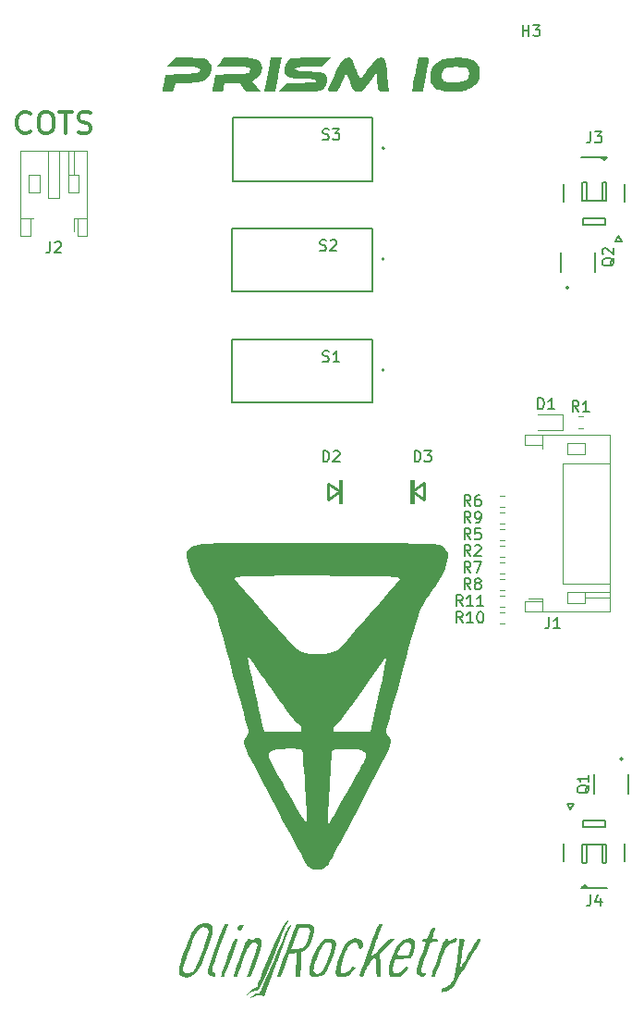
<source format=gbr>
%TF.GenerationSoftware,KiCad,Pcbnew,(6.0.7)*%
%TF.CreationDate,2023-03-08T10:43:33-05:00*%
%TF.ProjectId,CoreIO,436f7265-494f-42e6-9b69-6361645f7063,rev?*%
%TF.SameCoordinates,Original*%
%TF.FileFunction,Legend,Top*%
%TF.FilePolarity,Positive*%
%FSLAX46Y46*%
G04 Gerber Fmt 4.6, Leading zero omitted, Abs format (unit mm)*
G04 Created by KiCad (PCBNEW (6.0.7)) date 2023-03-08 10:43:33*
%MOMM*%
%LPD*%
G01*
G04 APERTURE LIST*
%ADD10C,0.300000*%
%ADD11C,0.150000*%
%ADD12C,0.120000*%
%ADD13C,0.127000*%
%ADD14C,0.200000*%
%ADD15C,0.254000*%
%ADD16C,0.010000*%
G04 APERTURE END LIST*
D10*
X121047142Y-59134285D02*
X120951904Y-59229523D01*
X120666190Y-59324761D01*
X120475714Y-59324761D01*
X120190000Y-59229523D01*
X119999523Y-59039047D01*
X119904285Y-58848571D01*
X119809047Y-58467619D01*
X119809047Y-58181904D01*
X119904285Y-57800952D01*
X119999523Y-57610476D01*
X120190000Y-57420000D01*
X120475714Y-57324761D01*
X120666190Y-57324761D01*
X120951904Y-57420000D01*
X121047142Y-57515238D01*
X122285238Y-57324761D02*
X122666190Y-57324761D01*
X122856666Y-57420000D01*
X123047142Y-57610476D01*
X123142380Y-57991428D01*
X123142380Y-58658095D01*
X123047142Y-59039047D01*
X122856666Y-59229523D01*
X122666190Y-59324761D01*
X122285238Y-59324761D01*
X122094761Y-59229523D01*
X121904285Y-59039047D01*
X121809047Y-58658095D01*
X121809047Y-57991428D01*
X121904285Y-57610476D01*
X122094761Y-57420000D01*
X122285238Y-57324761D01*
X123713809Y-57324761D02*
X124856666Y-57324761D01*
X124285238Y-59324761D02*
X124285238Y-57324761D01*
X125428095Y-59229523D02*
X125713809Y-59324761D01*
X126190000Y-59324761D01*
X126380476Y-59229523D01*
X126475714Y-59134285D01*
X126570952Y-58943809D01*
X126570952Y-58753333D01*
X126475714Y-58562857D01*
X126380476Y-58467619D01*
X126190000Y-58372380D01*
X125809047Y-58277142D01*
X125618571Y-58181904D01*
X125523333Y-58086666D01*
X125428095Y-57896190D01*
X125428095Y-57705714D01*
X125523333Y-57515238D01*
X125618571Y-57420000D01*
X125809047Y-57324761D01*
X126285238Y-57324761D01*
X126570952Y-57420000D01*
D11*
%TO.C,R8*%
X161377333Y-101036380D02*
X161044000Y-100560190D01*
X160805904Y-101036380D02*
X160805904Y-100036380D01*
X161186857Y-100036380D01*
X161282095Y-100084000D01*
X161329714Y-100131619D01*
X161377333Y-100226857D01*
X161377333Y-100369714D01*
X161329714Y-100464952D01*
X161282095Y-100512571D01*
X161186857Y-100560190D01*
X160805904Y-100560190D01*
X161948761Y-100464952D02*
X161853523Y-100417333D01*
X161805904Y-100369714D01*
X161758285Y-100274476D01*
X161758285Y-100226857D01*
X161805904Y-100131619D01*
X161853523Y-100084000D01*
X161948761Y-100036380D01*
X162139238Y-100036380D01*
X162234476Y-100084000D01*
X162282095Y-100131619D01*
X162329714Y-100226857D01*
X162329714Y-100274476D01*
X162282095Y-100369714D01*
X162234476Y-100417333D01*
X162139238Y-100464952D01*
X161948761Y-100464952D01*
X161853523Y-100512571D01*
X161805904Y-100560190D01*
X161758285Y-100655428D01*
X161758285Y-100845904D01*
X161805904Y-100941142D01*
X161853523Y-100988761D01*
X161948761Y-101036380D01*
X162139238Y-101036380D01*
X162234476Y-100988761D01*
X162282095Y-100941142D01*
X162329714Y-100845904D01*
X162329714Y-100655428D01*
X162282095Y-100560190D01*
X162234476Y-100512571D01*
X162139238Y-100464952D01*
%TO.C,Q2*%
X174537619Y-70707238D02*
X174490000Y-70802476D01*
X174394761Y-70897714D01*
X174251904Y-71040571D01*
X174204285Y-71135809D01*
X174204285Y-71231047D01*
X174442380Y-71183428D02*
X174394761Y-71278666D01*
X174299523Y-71373904D01*
X174109047Y-71421523D01*
X173775714Y-71421523D01*
X173585238Y-71373904D01*
X173490000Y-71278666D01*
X173442380Y-71183428D01*
X173442380Y-70992952D01*
X173490000Y-70897714D01*
X173585238Y-70802476D01*
X173775714Y-70754857D01*
X174109047Y-70754857D01*
X174299523Y-70802476D01*
X174394761Y-70897714D01*
X174442380Y-70992952D01*
X174442380Y-71183428D01*
X173537619Y-70373904D02*
X173490000Y-70326285D01*
X173442380Y-70231047D01*
X173442380Y-69992952D01*
X173490000Y-69897714D01*
X173537619Y-69850095D01*
X173632857Y-69802476D01*
X173728095Y-69802476D01*
X173870952Y-69850095D01*
X174442380Y-70421523D01*
X174442380Y-69802476D01*
%TO.C,J2*%
X122856666Y-69222380D02*
X122856666Y-69936666D01*
X122809047Y-70079523D01*
X122713809Y-70174761D01*
X122570952Y-70222380D01*
X122475714Y-70222380D01*
X123285238Y-69317619D02*
X123332857Y-69270000D01*
X123428095Y-69222380D01*
X123666190Y-69222380D01*
X123761428Y-69270000D01*
X123809047Y-69317619D01*
X123856666Y-69412857D01*
X123856666Y-69508095D01*
X123809047Y-69650952D01*
X123237619Y-70222380D01*
X123856666Y-70222380D01*
%TO.C,D1*%
X167550509Y-84526380D02*
X167550509Y-83526380D01*
X167788605Y-83526380D01*
X167931462Y-83574000D01*
X168026700Y-83669238D01*
X168074319Y-83764476D01*
X168121938Y-83954952D01*
X168121938Y-84097809D01*
X168074319Y-84288285D01*
X168026700Y-84383523D01*
X167931462Y-84478761D01*
X167788605Y-84526380D01*
X167550509Y-84526380D01*
X169074319Y-84526380D02*
X168502890Y-84526380D01*
X168788605Y-84526380D02*
X168788605Y-83526380D01*
X168693366Y-83669238D01*
X168598128Y-83764476D01*
X168502890Y-83812095D01*
%TO.C,S1*%
X147828095Y-80160761D02*
X147970952Y-80208380D01*
X148209047Y-80208380D01*
X148304285Y-80160761D01*
X148351904Y-80113142D01*
X148399523Y-80017904D01*
X148399523Y-79922666D01*
X148351904Y-79827428D01*
X148304285Y-79779809D01*
X148209047Y-79732190D01*
X148018571Y-79684571D01*
X147923333Y-79636952D01*
X147875714Y-79589333D01*
X147828095Y-79494095D01*
X147828095Y-79398857D01*
X147875714Y-79303619D01*
X147923333Y-79256000D01*
X148018571Y-79208380D01*
X148256666Y-79208380D01*
X148399523Y-79256000D01*
X149351904Y-80208380D02*
X148780476Y-80208380D01*
X149066190Y-80208380D02*
X149066190Y-79208380D01*
X148970952Y-79351238D01*
X148875714Y-79446476D01*
X148780476Y-79494095D01*
%TO.C,R6*%
X161377333Y-93416380D02*
X161044000Y-92940190D01*
X160805904Y-93416380D02*
X160805904Y-92416380D01*
X161186857Y-92416380D01*
X161282095Y-92464000D01*
X161329714Y-92511619D01*
X161377333Y-92606857D01*
X161377333Y-92749714D01*
X161329714Y-92844952D01*
X161282095Y-92892571D01*
X161186857Y-92940190D01*
X160805904Y-92940190D01*
X162234476Y-92416380D02*
X162044000Y-92416380D01*
X161948761Y-92464000D01*
X161901142Y-92511619D01*
X161805904Y-92654476D01*
X161758285Y-92844952D01*
X161758285Y-93225904D01*
X161805904Y-93321142D01*
X161853523Y-93368761D01*
X161948761Y-93416380D01*
X162139238Y-93416380D01*
X162234476Y-93368761D01*
X162282095Y-93321142D01*
X162329714Y-93225904D01*
X162329714Y-92987809D01*
X162282095Y-92892571D01*
X162234476Y-92844952D01*
X162139238Y-92797333D01*
X161948761Y-92797333D01*
X161853523Y-92844952D01*
X161805904Y-92892571D01*
X161758285Y-92987809D01*
%TO.C,R10*%
X160647142Y-104084380D02*
X160313809Y-103608190D01*
X160075714Y-104084380D02*
X160075714Y-103084380D01*
X160456666Y-103084380D01*
X160551904Y-103132000D01*
X160599523Y-103179619D01*
X160647142Y-103274857D01*
X160647142Y-103417714D01*
X160599523Y-103512952D01*
X160551904Y-103560571D01*
X160456666Y-103608190D01*
X160075714Y-103608190D01*
X161599523Y-104084380D02*
X161028095Y-104084380D01*
X161313809Y-104084380D02*
X161313809Y-103084380D01*
X161218571Y-103227238D01*
X161123333Y-103322476D01*
X161028095Y-103370095D01*
X162218571Y-103084380D02*
X162313809Y-103084380D01*
X162409047Y-103132000D01*
X162456666Y-103179619D01*
X162504285Y-103274857D01*
X162551904Y-103465333D01*
X162551904Y-103703428D01*
X162504285Y-103893904D01*
X162456666Y-103989142D01*
X162409047Y-104036761D01*
X162313809Y-104084380D01*
X162218571Y-104084380D01*
X162123333Y-104036761D01*
X162075714Y-103989142D01*
X162028095Y-103893904D01*
X161980476Y-103703428D01*
X161980476Y-103465333D01*
X162028095Y-103274857D01*
X162075714Y-103179619D01*
X162123333Y-103132000D01*
X162218571Y-103084380D01*
%TO.C,J3*%
X172386666Y-59142380D02*
X172386666Y-59856666D01*
X172339047Y-59999523D01*
X172243809Y-60094761D01*
X172100952Y-60142380D01*
X172005714Y-60142380D01*
X172767619Y-59142380D02*
X173386666Y-59142380D01*
X173053333Y-59523333D01*
X173196190Y-59523333D01*
X173291428Y-59570952D01*
X173339047Y-59618571D01*
X173386666Y-59713809D01*
X173386666Y-59951904D01*
X173339047Y-60047142D01*
X173291428Y-60094761D01*
X173196190Y-60142380D01*
X172910476Y-60142380D01*
X172815238Y-60094761D01*
X172767619Y-60047142D01*
%TO.C,J1*%
X168576666Y-103592380D02*
X168576666Y-104306666D01*
X168529047Y-104449523D01*
X168433809Y-104544761D01*
X168290952Y-104592380D01*
X168195714Y-104592380D01*
X169576666Y-104592380D02*
X169005238Y-104592380D01*
X169290952Y-104592380D02*
X169290952Y-103592380D01*
X169195714Y-103735238D01*
X169100476Y-103830476D01*
X169005238Y-103878095D01*
%TO.C,S2*%
X147574095Y-70000761D02*
X147716952Y-70048380D01*
X147955047Y-70048380D01*
X148050285Y-70000761D01*
X148097904Y-69953142D01*
X148145523Y-69857904D01*
X148145523Y-69762666D01*
X148097904Y-69667428D01*
X148050285Y-69619809D01*
X147955047Y-69572190D01*
X147764571Y-69524571D01*
X147669333Y-69476952D01*
X147621714Y-69429333D01*
X147574095Y-69334095D01*
X147574095Y-69238857D01*
X147621714Y-69143619D01*
X147669333Y-69096000D01*
X147764571Y-69048380D01*
X148002666Y-69048380D01*
X148145523Y-69096000D01*
X148526476Y-69143619D02*
X148574095Y-69096000D01*
X148669333Y-69048380D01*
X148907428Y-69048380D01*
X149002666Y-69096000D01*
X149050285Y-69143619D01*
X149097904Y-69238857D01*
X149097904Y-69334095D01*
X149050285Y-69476952D01*
X148478857Y-70048380D01*
X149097904Y-70048380D01*
D10*
%TO.C,*%
D11*
%TO.C,H3*%
X166147120Y-50391434D02*
X166147120Y-49391434D01*
X166147120Y-49867625D02*
X166718548Y-49867625D01*
X166718548Y-50391434D02*
X166718548Y-49391434D01*
X167099501Y-49391434D02*
X167718548Y-49391434D01*
X167385215Y-49772387D01*
X167528072Y-49772387D01*
X167623310Y-49820006D01*
X167670929Y-49867625D01*
X167718548Y-49962863D01*
X167718548Y-50200958D01*
X167670929Y-50296196D01*
X167623310Y-50343815D01*
X167528072Y-50391434D01*
X167242358Y-50391434D01*
X167147120Y-50343815D01*
X167099501Y-50296196D01*
%TO.C,J4*%
X172386666Y-128992380D02*
X172386666Y-129706666D01*
X172339047Y-129849523D01*
X172243809Y-129944761D01*
X172100952Y-129992380D01*
X172005714Y-129992380D01*
X173291428Y-129325714D02*
X173291428Y-129992380D01*
X173053333Y-128944761D02*
X172815238Y-129659047D01*
X173434285Y-129659047D01*
%TO.C,R11*%
X160647142Y-102560380D02*
X160313809Y-102084190D01*
X160075714Y-102560380D02*
X160075714Y-101560380D01*
X160456666Y-101560380D01*
X160551904Y-101608000D01*
X160599523Y-101655619D01*
X160647142Y-101750857D01*
X160647142Y-101893714D01*
X160599523Y-101988952D01*
X160551904Y-102036571D01*
X160456666Y-102084190D01*
X160075714Y-102084190D01*
X161599523Y-102560380D02*
X161028095Y-102560380D01*
X161313809Y-102560380D02*
X161313809Y-101560380D01*
X161218571Y-101703238D01*
X161123333Y-101798476D01*
X161028095Y-101846095D01*
X162551904Y-102560380D02*
X161980476Y-102560380D01*
X162266190Y-102560380D02*
X162266190Y-101560380D01*
X162170952Y-101703238D01*
X162075714Y-101798476D01*
X161980476Y-101846095D01*
%TO.C,R1*%
X171283333Y-84780380D02*
X170950000Y-84304190D01*
X170711904Y-84780380D02*
X170711904Y-83780380D01*
X171092857Y-83780380D01*
X171188095Y-83828000D01*
X171235714Y-83875619D01*
X171283333Y-83970857D01*
X171283333Y-84113714D01*
X171235714Y-84208952D01*
X171188095Y-84256571D01*
X171092857Y-84304190D01*
X170711904Y-84304190D01*
X172235714Y-84780380D02*
X171664285Y-84780380D01*
X171950000Y-84780380D02*
X171950000Y-83780380D01*
X171854761Y-83923238D01*
X171759523Y-84018476D01*
X171664285Y-84066095D01*
D10*
%TO.C,G\u002A\u002A\u002A*%
X145977428Y-110998000D02*
X145832285Y-110925428D01*
X145614571Y-110925428D01*
X145396857Y-110998000D01*
X145251714Y-111143142D01*
X145179142Y-111288285D01*
X145106571Y-111578571D01*
X145106571Y-111796285D01*
X145179142Y-112086571D01*
X145251714Y-112231714D01*
X145396857Y-112376857D01*
X145614571Y-112449428D01*
X145759714Y-112449428D01*
X145977428Y-112376857D01*
X146050000Y-112304285D01*
X146050000Y-111796285D01*
X145759714Y-111796285D01*
X146920857Y-110925428D02*
X146920857Y-111288285D01*
X146558000Y-111143142D02*
X146920857Y-111288285D01*
X147283714Y-111143142D01*
X146703142Y-111578571D02*
X146920857Y-111288285D01*
X147138571Y-111578571D01*
X148082000Y-110925428D02*
X148082000Y-111288285D01*
X147719142Y-111143142D02*
X148082000Y-111288285D01*
X148444857Y-111143142D01*
X147864285Y-111578571D02*
X148082000Y-111288285D01*
X148299714Y-111578571D01*
X149243142Y-110925428D02*
X149243142Y-111288285D01*
X148880285Y-111143142D02*
X149243142Y-111288285D01*
X149606000Y-111143142D01*
X149025428Y-111578571D02*
X149243142Y-111288285D01*
X149460857Y-111578571D01*
D11*
%TO.C,R2*%
X161377333Y-97988380D02*
X161044000Y-97512190D01*
X160805904Y-97988380D02*
X160805904Y-96988380D01*
X161186857Y-96988380D01*
X161282095Y-97036000D01*
X161329714Y-97083619D01*
X161377333Y-97178857D01*
X161377333Y-97321714D01*
X161329714Y-97416952D01*
X161282095Y-97464571D01*
X161186857Y-97512190D01*
X160805904Y-97512190D01*
X161758285Y-97083619D02*
X161805904Y-97036000D01*
X161901142Y-96988380D01*
X162139238Y-96988380D01*
X162234476Y-97036000D01*
X162282095Y-97083619D01*
X162329714Y-97178857D01*
X162329714Y-97274095D01*
X162282095Y-97416952D01*
X161710666Y-97988380D01*
X162329714Y-97988380D01*
%TO.C,Q1*%
X172251619Y-118967238D02*
X172204000Y-119062476D01*
X172108761Y-119157714D01*
X171965904Y-119300571D01*
X171918285Y-119395809D01*
X171918285Y-119491047D01*
X172156380Y-119443428D02*
X172108761Y-119538666D01*
X172013523Y-119633904D01*
X171823047Y-119681523D01*
X171489714Y-119681523D01*
X171299238Y-119633904D01*
X171204000Y-119538666D01*
X171156380Y-119443428D01*
X171156380Y-119252952D01*
X171204000Y-119157714D01*
X171299238Y-119062476D01*
X171489714Y-119014857D01*
X171823047Y-119014857D01*
X172013523Y-119062476D01*
X172108761Y-119157714D01*
X172156380Y-119252952D01*
X172156380Y-119443428D01*
X172156380Y-118062476D02*
X172156380Y-118633904D01*
X172156380Y-118348190D02*
X171156380Y-118348190D01*
X171299238Y-118443428D01*
X171394476Y-118538666D01*
X171442095Y-118633904D01*
%TO.C,R5*%
X161377333Y-96464380D02*
X161044000Y-95988190D01*
X160805904Y-96464380D02*
X160805904Y-95464380D01*
X161186857Y-95464380D01*
X161282095Y-95512000D01*
X161329714Y-95559619D01*
X161377333Y-95654857D01*
X161377333Y-95797714D01*
X161329714Y-95892952D01*
X161282095Y-95940571D01*
X161186857Y-95988190D01*
X160805904Y-95988190D01*
X162282095Y-95464380D02*
X161805904Y-95464380D01*
X161758285Y-95940571D01*
X161805904Y-95892952D01*
X161901142Y-95845333D01*
X162139238Y-95845333D01*
X162234476Y-95892952D01*
X162282095Y-95940571D01*
X162329714Y-96035809D01*
X162329714Y-96273904D01*
X162282095Y-96369142D01*
X162234476Y-96416761D01*
X162139238Y-96464380D01*
X161901142Y-96464380D01*
X161805904Y-96416761D01*
X161758285Y-96369142D01*
D10*
%TO.C,*%
D11*
%TO.C,R9*%
X161377333Y-94940380D02*
X161044000Y-94464190D01*
X160805904Y-94940380D02*
X160805904Y-93940380D01*
X161186857Y-93940380D01*
X161282095Y-93988000D01*
X161329714Y-94035619D01*
X161377333Y-94130857D01*
X161377333Y-94273714D01*
X161329714Y-94368952D01*
X161282095Y-94416571D01*
X161186857Y-94464190D01*
X160805904Y-94464190D01*
X161853523Y-94940380D02*
X162044000Y-94940380D01*
X162139238Y-94892761D01*
X162186857Y-94845142D01*
X162282095Y-94702285D01*
X162329714Y-94511809D01*
X162329714Y-94130857D01*
X162282095Y-94035619D01*
X162234476Y-93988000D01*
X162139238Y-93940380D01*
X161948761Y-93940380D01*
X161853523Y-93988000D01*
X161805904Y-94035619D01*
X161758285Y-94130857D01*
X161758285Y-94368952D01*
X161805904Y-94464190D01*
X161853523Y-94511809D01*
X161948761Y-94559428D01*
X162139238Y-94559428D01*
X162234476Y-94511809D01*
X162282095Y-94464190D01*
X162329714Y-94368952D01*
%TO.C,S3*%
X147828095Y-59840761D02*
X147970952Y-59888380D01*
X148209047Y-59888380D01*
X148304285Y-59840761D01*
X148351904Y-59793142D01*
X148399523Y-59697904D01*
X148399523Y-59602666D01*
X148351904Y-59507428D01*
X148304285Y-59459809D01*
X148209047Y-59412190D01*
X148018571Y-59364571D01*
X147923333Y-59316952D01*
X147875714Y-59269333D01*
X147828095Y-59174095D01*
X147828095Y-59078857D01*
X147875714Y-58983619D01*
X147923333Y-58936000D01*
X148018571Y-58888380D01*
X148256666Y-58888380D01*
X148399523Y-58936000D01*
X148732857Y-58888380D02*
X149351904Y-58888380D01*
X149018571Y-59269333D01*
X149161428Y-59269333D01*
X149256666Y-59316952D01*
X149304285Y-59364571D01*
X149351904Y-59459809D01*
X149351904Y-59697904D01*
X149304285Y-59793142D01*
X149256666Y-59840761D01*
X149161428Y-59888380D01*
X148875714Y-59888380D01*
X148780476Y-59840761D01*
X148732857Y-59793142D01*
%TO.C,D2*%
X147851904Y-89352380D02*
X147851904Y-88352380D01*
X148090000Y-88352380D01*
X148232857Y-88400000D01*
X148328095Y-88495238D01*
X148375714Y-88590476D01*
X148423333Y-88780952D01*
X148423333Y-88923809D01*
X148375714Y-89114285D01*
X148328095Y-89209523D01*
X148232857Y-89304761D01*
X148090000Y-89352380D01*
X147851904Y-89352380D01*
X148804285Y-88447619D02*
X148851904Y-88400000D01*
X148947142Y-88352380D01*
X149185238Y-88352380D01*
X149280476Y-88400000D01*
X149328095Y-88447619D01*
X149375714Y-88542857D01*
X149375714Y-88638095D01*
X149328095Y-88780952D01*
X148756666Y-89352380D01*
X149375714Y-89352380D01*
%TO.C,R7*%
X161377333Y-99512380D02*
X161044000Y-99036190D01*
X160805904Y-99512380D02*
X160805904Y-98512380D01*
X161186857Y-98512380D01*
X161282095Y-98560000D01*
X161329714Y-98607619D01*
X161377333Y-98702857D01*
X161377333Y-98845714D01*
X161329714Y-98940952D01*
X161282095Y-98988571D01*
X161186857Y-99036190D01*
X160805904Y-99036190D01*
X161710666Y-98512380D02*
X162377333Y-98512380D01*
X161948761Y-99512380D01*
%TO.C,D3*%
X156233904Y-89352380D02*
X156233904Y-88352380D01*
X156472000Y-88352380D01*
X156614857Y-88400000D01*
X156710095Y-88495238D01*
X156757714Y-88590476D01*
X156805333Y-88780952D01*
X156805333Y-88923809D01*
X156757714Y-89114285D01*
X156710095Y-89209523D01*
X156614857Y-89304761D01*
X156472000Y-89352380D01*
X156233904Y-89352380D01*
X157138666Y-88352380D02*
X157757714Y-88352380D01*
X157424380Y-88733333D01*
X157567238Y-88733333D01*
X157662476Y-88780952D01*
X157710095Y-88828571D01*
X157757714Y-88923809D01*
X157757714Y-89161904D01*
X157710095Y-89257142D01*
X157662476Y-89304761D01*
X157567238Y-89352380D01*
X157281523Y-89352380D01*
X157186285Y-89304761D01*
X157138666Y-89257142D01*
D12*
%TO.C,R8*%
X164512258Y-101106500D02*
X164037742Y-101106500D01*
X164512258Y-100061500D02*
X164037742Y-100061500D01*
D13*
%TO.C,Q2*%
X169646000Y-70220000D02*
X169646000Y-72020000D01*
X172746000Y-72020000D02*
X172746000Y-70220000D01*
D14*
X170346000Y-73430000D02*
G75*
G03*
X170346000Y-73430000I-100000J0D01*
G01*
D12*
%TO.C,J2*%
X121050000Y-67080000D02*
X121330000Y-67080000D01*
X124490000Y-64720000D02*
X125490000Y-64720000D01*
X124490000Y-63120000D02*
X124490000Y-60860000D01*
X121050000Y-68680000D02*
X121050000Y-67080000D01*
X125050000Y-67080000D02*
X125050000Y-68295000D01*
X124490000Y-63120000D02*
X124490000Y-64720000D01*
X123690000Y-65220000D02*
X122690000Y-65220000D01*
X122690000Y-65220000D02*
X122690000Y-60860000D01*
X125330000Y-67080000D02*
X125330000Y-68680000D01*
X126250000Y-67080000D02*
X125330000Y-67080000D01*
X126250000Y-68680000D02*
X126250000Y-60860000D01*
X124990000Y-63120000D02*
X124990000Y-60860000D01*
X120130000Y-60860000D02*
X120130000Y-68680000D01*
X120890000Y-63120000D02*
X121890000Y-63120000D01*
X121890000Y-63120000D02*
X121890000Y-64720000D01*
X125050000Y-67080000D02*
X125330000Y-67080000D01*
X126250000Y-60860000D02*
X120130000Y-60860000D01*
X120130000Y-67080000D02*
X121050000Y-67080000D01*
X125490000Y-63120000D02*
X124490000Y-63120000D01*
X121890000Y-64720000D02*
X120890000Y-64720000D01*
X123690000Y-60860000D02*
X123690000Y-65220000D01*
X125490000Y-64720000D02*
X125490000Y-63120000D01*
X120890000Y-64720000D02*
X120890000Y-63120000D01*
X120130000Y-68680000D02*
X121050000Y-68680000D01*
X125330000Y-68680000D02*
X126250000Y-68680000D01*
%TO.C,D1*%
X169773605Y-86460000D02*
X169773605Y-84990000D01*
X167488605Y-86460000D02*
X169773605Y-86460000D01*
X169773605Y-84990000D02*
X167488605Y-84990000D01*
D13*
%TO.C,S1*%
X152343176Y-78159176D02*
X152343176Y-83959176D01*
X139543176Y-78159176D02*
X152343176Y-78159176D01*
X139543176Y-83959176D02*
X139543176Y-78159176D01*
X152343176Y-83959176D02*
X139543176Y-83959176D01*
D14*
X153443176Y-80959176D02*
G75*
G03*
X153443176Y-80959176I-100000J0D01*
G01*
D12*
%TO.C,R6*%
X164512258Y-92441500D02*
X164037742Y-92441500D01*
X164512258Y-93486500D02*
X164037742Y-93486500D01*
%TO.C,R10*%
X164037742Y-104154500D02*
X164512258Y-104154500D01*
X164037742Y-103109500D02*
X164512258Y-103109500D01*
D11*
%TO.C,J3*%
X172020000Y-65470000D02*
X171620000Y-65470000D01*
X173720000Y-67070000D02*
X171720000Y-67070000D01*
X171920000Y-63770000D02*
X172020000Y-63870000D01*
X171620000Y-63870000D02*
X171720000Y-63770000D01*
X173620000Y-61770000D02*
X173320000Y-61470000D01*
X173820000Y-65470000D02*
X173820000Y-63870000D01*
X173420000Y-65470000D02*
X173820000Y-65470000D01*
X172020000Y-63870000D02*
X172020000Y-65470000D01*
X171720000Y-67070000D02*
X171720000Y-67670000D01*
X173820000Y-63870000D02*
X173720000Y-63770000D01*
X171520000Y-61470000D02*
X173920000Y-61470000D01*
X171620000Y-65470000D02*
X171620000Y-63870000D01*
X173520000Y-63770000D02*
X173420000Y-63870000D01*
X171720000Y-63770000D02*
X171920000Y-63770000D01*
X173420000Y-63870000D02*
X173420000Y-65470000D01*
X173420000Y-65470000D02*
X172020000Y-65470000D01*
X174920000Y-68670000D02*
X174620000Y-69170000D01*
X169920000Y-65570000D02*
X169920000Y-63970000D01*
X173720000Y-67670000D02*
X173720000Y-67070000D01*
X175520000Y-65570000D02*
X175520000Y-63970000D01*
X174620000Y-69170000D02*
X175220000Y-69170000D01*
X173720000Y-63770000D02*
X173520000Y-63770000D01*
X175220000Y-69170000D02*
X174920000Y-68670000D01*
X173920000Y-61470000D02*
X173620000Y-61770000D01*
X173720000Y-67670000D02*
X171720000Y-67670000D01*
D12*
%TO.C,J1*%
X170280605Y-101281317D02*
X170280605Y-102281317D01*
X166320605Y-86921317D02*
X166320605Y-87841317D01*
X171880605Y-101781317D02*
X174140605Y-101781317D01*
X174140605Y-86921317D02*
X166320605Y-86921317D01*
X170280605Y-102281317D02*
X171880605Y-102281317D01*
X171880605Y-88681317D02*
X170280605Y-88681317D01*
X174140605Y-100481317D02*
X169780605Y-100481317D01*
X174140605Y-103041317D02*
X174140605Y-86921317D01*
X167920605Y-87841317D02*
X167920605Y-88121317D01*
X166320605Y-102121317D02*
X166320605Y-103041317D01*
X167920605Y-101841317D02*
X167920605Y-102121317D01*
X169780605Y-89481317D02*
X174140605Y-89481317D01*
X171880605Y-101281317D02*
X174140605Y-101281317D01*
X167920605Y-86921317D02*
X167920605Y-87841317D01*
X167920605Y-103041317D02*
X167920605Y-102121317D01*
X171880605Y-87681317D02*
X171880605Y-88681317D01*
X167920605Y-102121317D02*
X166320605Y-102121317D01*
X167920605Y-101841317D02*
X166705605Y-101841317D01*
X170280605Y-88681317D02*
X170280605Y-87681317D01*
X171880605Y-102281317D02*
X171880605Y-101281317D01*
X170280605Y-87681317D02*
X171880605Y-87681317D01*
X169780605Y-100481317D02*
X169780605Y-89481317D01*
X166320605Y-87841317D02*
X167920605Y-87841317D01*
X171880605Y-101281317D02*
X170280605Y-101281317D01*
X166320605Y-103041317D02*
X174140605Y-103041317D01*
D13*
%TO.C,S2*%
X152343058Y-67988941D02*
X152343058Y-73788941D01*
X152343058Y-73788941D02*
X139543058Y-73788941D01*
X139543058Y-67988941D02*
X152343058Y-67988941D01*
X139543058Y-73788941D02*
X139543058Y-67988941D01*
D14*
X153443058Y-70788941D02*
G75*
G03*
X153443058Y-70788941I-100000J0D01*
G01*
%TO.C,*%
G36*
X142108686Y-133070925D02*
G01*
X142193097Y-133152846D01*
X142241514Y-133266297D01*
X142251373Y-133426202D01*
X142220110Y-133647485D01*
X142145160Y-133945071D01*
X142023961Y-134333884D01*
X141853948Y-134828849D01*
X141762667Y-135085085D01*
X141597102Y-135544827D01*
X141469784Y-135890737D01*
X141372618Y-136139011D01*
X141297507Y-136305849D01*
X141236355Y-136407448D01*
X141181066Y-136460007D01*
X141123543Y-136479725D01*
X141064077Y-136482775D01*
X140928301Y-136467805D01*
X140900594Y-136406419D01*
X140913955Y-136362799D01*
X141098986Y-135878372D01*
X141276755Y-135395119D01*
X141440804Y-134932315D01*
X141584673Y-134509238D01*
X141701904Y-134145161D01*
X141786040Y-133859361D01*
X141830620Y-133671113D01*
X141835600Y-133612146D01*
X141766128Y-133415096D01*
X141624800Y-133334384D01*
X141421730Y-133375274D01*
X141400101Y-133385427D01*
X141281120Y-133454938D01*
X141175221Y-133548880D01*
X141073369Y-133684212D01*
X140966531Y-133877893D01*
X140845672Y-134146883D01*
X140701760Y-134508141D01*
X140525760Y-134978626D01*
X140469241Y-135132953D01*
X140321790Y-135531649D01*
X140187263Y-135885695D01*
X140073721Y-136174644D01*
X139989227Y-136378051D01*
X139941845Y-136475470D01*
X139938022Y-136480054D01*
X139828541Y-136508372D01*
X139760049Y-136501118D01*
X139658352Y-136455760D01*
X139640517Y-136426760D01*
X139663583Y-136351768D01*
X139727853Y-136164984D01*
X139826998Y-135884219D01*
X139954688Y-135527281D01*
X140104596Y-135111981D01*
X140245800Y-134723533D01*
X140430822Y-134217544D01*
X140576154Y-133826367D01*
X140688974Y-133534969D01*
X140776461Y-133328318D01*
X140845794Y-133191383D01*
X140904151Y-133109132D01*
X140958713Y-133066533D01*
X141016657Y-133048555D01*
X141047789Y-133044255D01*
X141185782Y-133044683D01*
X141214534Y-133098787D01*
X141207988Y-133119909D01*
X141210429Y-133169733D01*
X141295102Y-133150312D01*
X141420152Y-133090899D01*
X141697312Y-132983491D01*
X141921773Y-132981884D01*
X142108686Y-133070925D01*
G37*
G36*
X139156109Y-131677560D02*
G01*
X139133241Y-131748586D01*
X139068497Y-131933101D01*
X138967661Y-132215042D01*
X138836520Y-132578342D01*
X138680859Y-133006939D01*
X138506463Y-133484768D01*
X138431380Y-133689836D01*
X138249576Y-134192340D01*
X138084471Y-134660994D01*
X137941996Y-135077980D01*
X137828081Y-135425480D01*
X137748657Y-135685676D01*
X137709656Y-135840750D01*
X137706652Y-135867138D01*
X137736256Y-136024610D01*
X137848709Y-136101413D01*
X137883323Y-136111169D01*
X138013209Y-136178035D01*
X138021367Y-136256172D01*
X137986165Y-136385262D01*
X137982739Y-136420211D01*
X137925907Y-136472091D01*
X137787883Y-136481254D01*
X137617373Y-136451697D01*
X137463082Y-136387420D01*
X137445923Y-136376141D01*
X137330846Y-136243099D01*
X137295583Y-136037981D01*
X137295638Y-136013777D01*
X137320125Y-135882203D01*
X137388332Y-135637919D01*
X137494941Y-135297250D01*
X137634632Y-134876525D01*
X137802087Y-134392072D01*
X137991987Y-133860217D01*
X138041996Y-133722718D01*
X138249833Y-133154674D01*
X138416943Y-132703001D01*
X138549412Y-132354210D01*
X138653330Y-132094808D01*
X138734785Y-131911304D01*
X138799863Y-131790209D01*
X138854653Y-131718030D01*
X138905242Y-131681276D01*
X138957719Y-131666458D01*
X138970672Y-131664736D01*
X139105960Y-131659820D01*
X139156109Y-131677560D01*
G37*
G36*
X134734945Y-135428500D02*
G01*
X134833752Y-135086799D01*
X134974572Y-134658710D01*
X135143547Y-134181357D01*
X135326819Y-133691864D01*
X135510529Y-133227355D01*
X135680818Y-132824954D01*
X135809750Y-132549348D01*
X136005646Y-132202171D01*
X136199671Y-131958538D01*
X136420961Y-131787478D01*
X136618285Y-131689871D01*
X136978020Y-131590271D01*
X137287803Y-131601971D01*
X137532088Y-131714988D01*
X137695332Y-131919338D01*
X137761988Y-132205039D01*
X137748468Y-132415686D01*
X137704249Y-132601486D01*
X137618338Y-132888500D01*
X137500309Y-133249767D01*
X137359739Y-133658330D01*
X137206202Y-134087231D01*
X137049273Y-134509512D01*
X136898528Y-134898215D01*
X136763540Y-135226381D01*
X136695962Y-135378963D01*
X136558504Y-135651549D01*
X136413200Y-135898891D01*
X136288117Y-136073834D01*
X136271097Y-136092757D01*
X135979718Y-136332530D01*
X135657581Y-136486914D01*
X135334748Y-136549032D01*
X135041282Y-136512009D01*
X134859315Y-136415657D01*
X134720906Y-136272737D01*
X134651739Y-136098918D01*
X134648193Y-135865444D01*
X134660936Y-135795268D01*
X135015036Y-135795268D01*
X135052553Y-135929113D01*
X135122251Y-136054099D01*
X135287314Y-136180727D01*
X135513178Y-136195314D01*
X135779280Y-136097337D01*
X135823026Y-136071907D01*
X135998389Y-135920649D01*
X136155192Y-135715140D01*
X136183679Y-135664136D01*
X136309854Y-135395411D01*
X136456569Y-135048470D01*
X136615395Y-134647109D01*
X136777905Y-134215122D01*
X136935671Y-133776307D01*
X137080264Y-133354458D01*
X137203257Y-132973371D01*
X137296221Y-132656841D01*
X137350728Y-132428664D01*
X137361543Y-132338599D01*
X137303660Y-132121604D01*
X137147913Y-131984250D01*
X136921161Y-131947010D01*
X136858731Y-131955324D01*
X136641475Y-132036686D01*
X136442738Y-132204197D01*
X136250192Y-132472790D01*
X136051510Y-132857396D01*
X135978502Y-133021574D01*
X135867183Y-133292731D01*
X135737203Y-133629916D01*
X135597018Y-134008789D01*
X135455083Y-134405010D01*
X135319850Y-134794242D01*
X135199776Y-135152145D01*
X135103313Y-135454379D01*
X135038917Y-135676607D01*
X135015042Y-135794488D01*
X135015036Y-135795268D01*
X134660936Y-135795268D01*
X134706643Y-135543556D01*
X134734945Y-135428500D01*
G37*
G36*
X160126355Y-133002521D02*
G01*
X160138717Y-133031554D01*
X160078522Y-133230158D01*
X159921190Y-133353794D01*
X159790167Y-133377609D01*
X159554856Y-133444559D01*
X159340859Y-133601930D01*
X159248165Y-133699502D01*
X159160233Y-133824554D01*
X159067828Y-133996685D01*
X158961713Y-134235494D01*
X158832655Y-134560578D01*
X158671416Y-134991537D01*
X158620244Y-135131114D01*
X158472398Y-135530713D01*
X158337692Y-135885645D01*
X158224130Y-136175542D01*
X158139721Y-136380042D01*
X158092469Y-136478778D01*
X158088419Y-136483843D01*
X157984977Y-136505505D01*
X157887962Y-136490393D01*
X157846033Y-136472700D01*
X157821287Y-136437595D01*
X157817794Y-136370190D01*
X157839622Y-136255595D01*
X157890842Y-136078919D01*
X157975522Y-135825272D01*
X158097732Y-135479765D01*
X158261541Y-135027507D01*
X158366124Y-134740788D01*
X158554450Y-134226312D01*
X158702728Y-133827047D01*
X158817892Y-133528405D01*
X158906879Y-133315797D01*
X158976623Y-133174633D01*
X159034060Y-133090323D01*
X159086127Y-133048279D01*
X159139757Y-133033910D01*
X159178217Y-133032500D01*
X159310624Y-133049648D01*
X159339532Y-133122528D01*
X159327856Y-133180484D01*
X159289158Y-133328467D01*
X159489617Y-133185921D01*
X159671288Y-133082670D01*
X159863598Y-133011591D01*
X160028102Y-132981827D01*
X160126355Y-133002521D01*
G37*
G36*
X154520765Y-133926913D02*
G01*
X154715648Y-133581022D01*
X154911334Y-133330178D01*
X154988987Y-133255507D01*
X155253841Y-133083884D01*
X155542524Y-132994298D01*
X155823727Y-132985911D01*
X156066143Y-133057883D01*
X156238463Y-133209375D01*
X156280009Y-133290094D01*
X156305371Y-133489634D01*
X156276034Y-133777727D01*
X156198529Y-134119204D01*
X156079390Y-134478898D01*
X156041825Y-134572438D01*
X155937495Y-134822136D01*
X154519111Y-134861576D01*
X154359452Y-135371826D01*
X154268655Y-135704336D01*
X154242321Y-135933583D01*
X154282696Y-136079531D01*
X154392022Y-136162145D01*
X154450364Y-136180648D01*
X154699656Y-136177234D01*
X154944407Y-136061371D01*
X155143600Y-135853747D01*
X155164340Y-135820536D01*
X155302802Y-135646649D01*
X155457146Y-135586902D01*
X155477422Y-135586305D01*
X155606078Y-135595334D01*
X155642698Y-135644374D01*
X155597012Y-135766349D01*
X155554934Y-135848564D01*
X155376519Y-136098790D01*
X155134651Y-136324203D01*
X154884240Y-136474148D01*
X154871316Y-136479196D01*
X154591647Y-136542476D01*
X154303008Y-136540552D01*
X154063547Y-136475725D01*
X154011140Y-136445163D01*
X153894950Y-136291420D01*
X153856071Y-136043322D01*
X153894844Y-135695431D01*
X154011614Y-135242309D01*
X154104736Y-134959081D01*
X154310233Y-134406623D01*
X154702006Y-134406623D01*
X154725841Y-134502491D01*
X154842654Y-134540053D01*
X155063728Y-134541454D01*
X155186408Y-134536747D01*
X155686815Y-134516468D01*
X155815373Y-134120737D01*
X155898220Y-133773254D01*
X155887843Y-133526067D01*
X155783967Y-133377410D01*
X155693198Y-133338533D01*
X155448019Y-133344237D01*
X155214161Y-133481978D01*
X154999458Y-133745793D01*
X154888130Y-133951391D01*
X154759864Y-134230305D01*
X154702006Y-134406623D01*
X154310233Y-134406623D01*
X154319518Y-134381662D01*
X154520765Y-133926913D01*
G37*
G36*
X146788067Y-135128820D02*
G01*
X146827464Y-135010680D01*
X147060400Y-134386949D01*
X147289620Y-133891143D01*
X147522174Y-133513565D01*
X147765110Y-133244515D01*
X148025479Y-133074298D01*
X148292107Y-132995789D01*
X148623793Y-132991254D01*
X148866317Y-133089143D01*
X149016549Y-133287886D01*
X149044732Y-133372958D01*
X149054269Y-133595700D01*
X149003552Y-133909137D01*
X148903473Y-134285668D01*
X148764923Y-134697689D01*
X148598794Y-135117598D01*
X148415976Y-135517793D01*
X148227361Y-135870672D01*
X148043841Y-136148632D01*
X147881948Y-136319839D01*
X147625335Y-136458432D01*
X147328391Y-136533962D01*
X147038582Y-136540896D01*
X146803371Y-136473703D01*
X146765755Y-136449946D01*
X146645151Y-136278056D01*
X146608732Y-135999078D01*
X146624211Y-135874445D01*
X146979050Y-135874445D01*
X146993349Y-135985707D01*
X147011961Y-136034799D01*
X147139527Y-136178415D01*
X147324321Y-136213196D01*
X147540995Y-136140928D01*
X147744960Y-135983180D01*
X147881164Y-135801644D01*
X148032922Y-135527271D01*
X148189289Y-135189560D01*
X148339321Y-134818009D01*
X148472072Y-134442117D01*
X148576599Y-134091383D01*
X148641957Y-133795305D01*
X148657201Y-133583383D01*
X148650703Y-133541946D01*
X148552588Y-133391730D01*
X148375247Y-133333051D01*
X148148281Y-133372512D01*
X148062634Y-133410713D01*
X147880423Y-133569583D01*
X147686876Y-133863894D01*
X147481690Y-134294237D01*
X147264561Y-134861203D01*
X147160286Y-135168970D01*
X147057588Y-135494859D01*
X146998820Y-135720423D01*
X146979050Y-135874445D01*
X146624211Y-135874445D01*
X146656403Y-135615253D01*
X146788067Y-135128820D01*
G37*
G36*
X144824518Y-133244283D02*
G01*
X144987813Y-132802130D01*
X145128650Y-132423033D01*
X145240098Y-132125828D01*
X145315221Y-131929353D01*
X145338325Y-131871577D01*
X145435469Y-131639079D01*
X146132695Y-131662828D01*
X146453364Y-131676247D01*
X146666527Y-131695054D01*
X146802707Y-131726372D01*
X146892432Y-131777325D01*
X146966227Y-131855037D01*
X146968534Y-131857881D01*
X147053643Y-131995396D01*
X147080016Y-132154961D01*
X147062716Y-132364121D01*
X146964695Y-132814876D01*
X146801111Y-133246766D01*
X146588495Y-133629990D01*
X146343378Y-133934746D01*
X146082564Y-134131093D01*
X145865270Y-134240381D01*
X145815356Y-135361984D01*
X145765441Y-136483587D01*
X145384997Y-136483587D01*
X145457189Y-134335529D01*
X145120190Y-134356977D01*
X144783191Y-134378424D01*
X144406385Y-135431006D01*
X144265087Y-135822821D01*
X144159404Y-136103039D01*
X144079259Y-136290325D01*
X144014575Y-136403343D01*
X143955275Y-136460758D01*
X143891283Y-136481236D01*
X143838106Y-136483587D01*
X143646632Y-136483587D01*
X143913858Y-135741604D01*
X144085437Y-135266722D01*
X144269226Y-134760712D01*
X144458291Y-134242411D01*
X144562163Y-133958769D01*
X144953935Y-133958769D01*
X145014833Y-133993884D01*
X145170882Y-134004074D01*
X145382118Y-133992683D01*
X145608573Y-133963056D01*
X145810281Y-133918537D01*
X145920238Y-133877909D01*
X146101251Y-133734051D01*
X146276399Y-133503120D01*
X146433469Y-133216510D01*
X146560247Y-132905618D01*
X146644521Y-132601836D01*
X146674075Y-132336559D01*
X146636698Y-132141182D01*
X146611255Y-132101669D01*
X146493146Y-132034505D01*
X146268693Y-132001804D01*
X146089301Y-131997174D01*
X145654070Y-131997174D01*
X145504300Y-132394049D01*
X145389778Y-132701832D01*
X145271650Y-133026557D01*
X145159582Y-133340737D01*
X145063244Y-133616884D01*
X144992304Y-133827510D01*
X144956430Y-133945127D01*
X144953935Y-133958769D01*
X144562163Y-133958769D01*
X144645700Y-133730656D01*
X144824518Y-133244283D01*
G37*
G36*
X153252797Y-131658631D02*
G01*
X153305565Y-131673093D01*
X153282909Y-131741042D01*
X153219340Y-131920289D01*
X153121458Y-132192520D01*
X152995864Y-132539423D01*
X152849159Y-132942687D01*
X152753921Y-133203605D01*
X152598798Y-133631864D01*
X152462651Y-134015041D01*
X152351778Y-134334801D01*
X152272477Y-134572807D01*
X152231046Y-134710720D01*
X152226991Y-134737803D01*
X152279733Y-134698255D01*
X152410554Y-134573206D01*
X152603744Y-134378441D01*
X152843591Y-134129748D01*
X153063256Y-133897509D01*
X153362214Y-133581027D01*
X153585499Y-133352433D01*
X153750435Y-133197597D01*
X153874345Y-133102389D01*
X153974554Y-133052679D01*
X154068385Y-133034337D01*
X154123809Y-133032500D01*
X154372812Y-133032500D01*
X153025200Y-134385188D01*
X153102473Y-135368681D01*
X153127562Y-135729616D01*
X153143471Y-136046379D01*
X153149252Y-136291048D01*
X153143958Y-136435704D01*
X153139432Y-136457233D01*
X153044488Y-136534642D01*
X152943510Y-136540195D01*
X152850341Y-136507754D01*
X152793792Y-136420673D01*
X152756599Y-136244371D01*
X152742962Y-136138479D01*
X152718273Y-135863153D01*
X152699316Y-135529397D01*
X152691195Y-135258451D01*
X152680264Y-135015599D01*
X152657735Y-134837735D01*
X152628208Y-134759174D01*
X152624138Y-134758044D01*
X152539988Y-134808220D01*
X152402283Y-134937481D01*
X152239555Y-135113928D01*
X152080336Y-135305661D01*
X151953156Y-135480778D01*
X151905825Y-135561156D01*
X151825694Y-135743443D01*
X151733368Y-135986836D01*
X151687628Y-136120411D01*
X151609425Y-136346054D01*
X151544655Y-136466974D01*
X151466566Y-136510516D01*
X151348410Y-136504023D01*
X151317212Y-136499060D01*
X151202853Y-136459732D01*
X151179169Y-136419066D01*
X151206961Y-136343984D01*
X151276686Y-136154079D01*
X151382914Y-135864188D01*
X151520210Y-135489150D01*
X151683144Y-135043803D01*
X151866283Y-134542987D01*
X152061604Y-134008627D01*
X152286387Y-133394215D01*
X152469473Y-132897091D01*
X152616409Y-132504837D01*
X152732742Y-132205032D01*
X152824019Y-131985259D01*
X152895788Y-131833099D01*
X152953595Y-131736131D01*
X153002987Y-131681937D01*
X153049512Y-131658098D01*
X153098717Y-131652196D01*
X153114186Y-131652066D01*
X153252797Y-131658631D01*
G37*
G36*
X144936647Y-131691604D02*
G01*
X144917912Y-131755598D01*
X144884483Y-131846124D01*
X144807357Y-132052795D01*
X144691434Y-132362547D01*
X144541610Y-132762318D01*
X144362785Y-133239044D01*
X144159857Y-133779663D01*
X143937725Y-134371112D01*
X143701285Y-135000328D01*
X143675608Y-135068642D01*
X142482176Y-138243642D01*
X142095036Y-138219943D01*
X141783502Y-138224854D01*
X141524526Y-138293261D01*
X141415562Y-138343005D01*
X141123228Y-138489766D01*
X141347016Y-138281875D01*
X141531947Y-138141169D01*
X141717017Y-138046674D01*
X141761147Y-138033914D01*
X141935303Y-137987418D01*
X142041702Y-137946188D01*
X142086625Y-137874322D01*
X142178443Y-137688185D01*
X142311252Y-137401054D01*
X142479149Y-137026205D01*
X142676231Y-136576917D01*
X142896595Y-136066465D01*
X143134338Y-135508127D01*
X143290424Y-135137663D01*
X143586743Y-134432018D01*
X143835227Y-133842101D01*
X144041205Y-133356247D01*
X144210010Y-132962788D01*
X144346972Y-132650060D01*
X144457423Y-132406396D01*
X144546692Y-132220130D01*
X144620111Y-132079596D01*
X144683010Y-131973128D01*
X144740722Y-131889060D01*
X144798576Y-131815725D01*
X144820123Y-131790109D01*
X144913385Y-131688196D01*
X144936647Y-131691604D01*
G37*
G36*
X140016380Y-133046928D02*
G01*
X140041754Y-133106112D01*
X140039407Y-133113277D01*
X139732966Y-133964016D01*
X139471000Y-134686595D01*
X139252677Y-135283251D01*
X139077166Y-135756222D01*
X138943634Y-136107743D01*
X138851249Y-136340052D01*
X138799179Y-136455386D01*
X138792264Y-136466332D01*
X138698528Y-136544782D01*
X138585472Y-136515699D01*
X138548608Y-136493512D01*
X138530454Y-136446493D01*
X138542435Y-136337940D01*
X138588192Y-136155699D01*
X138671368Y-135887619D01*
X138795605Y-135521548D01*
X138964546Y-135045335D01*
X139070680Y-134751770D01*
X139256830Y-134240732D01*
X139403372Y-133844707D01*
X139517351Y-133548786D01*
X139605812Y-133338058D01*
X139675799Y-133197616D01*
X139734356Y-133112550D01*
X139788528Y-133067951D01*
X139845360Y-133048910D01*
X139877486Y-133044255D01*
X140016380Y-133046928D01*
G37*
G36*
X160764725Y-133043156D02*
G01*
X160817519Y-133092823D01*
X160805447Y-133187799D01*
X160773683Y-133341686D01*
X160729933Y-133588171D01*
X160678269Y-133900309D01*
X160622762Y-134251154D01*
X160567484Y-134613760D01*
X160516506Y-134961182D01*
X160473898Y-135266474D01*
X160443733Y-135502690D01*
X160430081Y-135642885D01*
X160430657Y-135668373D01*
X160469146Y-135630127D01*
X160565140Y-135487536D01*
X160708724Y-135256718D01*
X160889982Y-134953788D01*
X161099000Y-134594863D01*
X161204724Y-134410149D01*
X161428051Y-134023036D01*
X161632938Y-133677634D01*
X161808358Y-133391752D01*
X161943285Y-133183201D01*
X162026691Y-133069794D01*
X162043882Y-133054749D01*
X162181690Y-133037331D01*
X162268562Y-133044297D01*
X162297292Y-133063028D01*
X162299512Y-133113273D01*
X162269458Y-133205862D01*
X162201366Y-133351624D01*
X162089473Y-133561387D01*
X161928016Y-133845980D01*
X161711232Y-134216233D01*
X161433357Y-134682973D01*
X161108240Y-135224450D01*
X160807994Y-135722182D01*
X160527378Y-136185282D01*
X160274984Y-136599729D01*
X160059404Y-136951501D01*
X159889230Y-137226578D01*
X159773053Y-137410939D01*
X159719977Y-137489957D01*
X159562104Y-137618659D01*
X159323362Y-137747644D01*
X159058241Y-137850095D01*
X158913581Y-137886844D01*
X158758118Y-137903432D01*
X158696517Y-137862624D01*
X158689261Y-137807079D01*
X158749070Y-137632571D01*
X158907404Y-137532337D01*
X159011362Y-137518913D01*
X159176813Y-137461262D01*
X159372859Y-137307285D01*
X159571075Y-137085447D01*
X159743035Y-136824213D01*
X159783820Y-136745384D01*
X159842651Y-136614686D01*
X159893177Y-136475278D01*
X159938651Y-136309140D01*
X159982327Y-136098255D01*
X160027457Y-135824604D01*
X160077296Y-135470171D01*
X160135097Y-135016937D01*
X160204113Y-134446884D01*
X160214327Y-134361169D01*
X160372450Y-133032500D01*
X160608175Y-133032500D01*
X160764725Y-133043156D01*
G37*
G36*
X140572587Y-131757762D02*
G01*
X140549992Y-131857655D01*
X140532424Y-131904476D01*
X140413120Y-132146828D01*
X140283251Y-132258735D01*
X140131176Y-132247789D01*
X140062234Y-132211165D01*
X140003297Y-132126672D01*
X140026486Y-131973817D01*
X140033058Y-131953391D01*
X140105078Y-131814298D01*
X140230820Y-131750782D01*
X140351942Y-131734184D01*
X140516340Y-131725823D01*
X140572587Y-131757762D01*
G37*
G36*
X144632826Y-131412731D02*
G01*
X144545083Y-131597550D01*
X144511803Y-131658825D01*
X144416024Y-131856908D01*
X144296104Y-132140695D01*
X144170762Y-132464670D01*
X144103015Y-132652881D01*
X143411791Y-134491098D01*
X142625042Y-136323878D01*
X142369961Y-136872212D01*
X141973118Y-137709478D01*
X141669402Y-137743711D01*
X141342011Y-137837025D01*
X141107907Y-137974561D01*
X140850129Y-138171178D01*
X141009376Y-137947537D01*
X141193045Y-137750290D01*
X141413798Y-137597646D01*
X141622174Y-137522010D01*
X141663601Y-137518913D01*
X141756835Y-137461165D01*
X141836429Y-137329104D01*
X141888229Y-137193986D01*
X141976597Y-136960729D01*
X142089764Y-136660496D01*
X142215961Y-136324451D01*
X142233924Y-136276522D01*
X142461375Y-135687454D01*
X142709384Y-135076783D01*
X142969929Y-134461799D01*
X143234988Y-133859792D01*
X143496537Y-133288054D01*
X143746555Y-132763874D01*
X143977019Y-132304544D01*
X144179908Y-131927353D01*
X144347197Y-131649592D01*
X144439609Y-131522643D01*
X144578556Y-131372386D01*
X144643472Y-131336713D01*
X144632826Y-131412731D01*
G37*
G36*
X158125126Y-132059166D02*
G01*
X158117583Y-132180444D01*
X158050093Y-132395341D01*
X157999009Y-132532833D01*
X157922942Y-132744350D01*
X157872818Y-132905557D01*
X157861000Y-132964219D01*
X157922139Y-133007394D01*
X158074460Y-133031000D01*
X158130625Y-133032500D01*
X158303127Y-133041745D01*
X158370231Y-133081759D01*
X158365064Y-133167054D01*
X158307527Y-133257124D01*
X158172280Y-133305321D01*
X158014303Y-133322352D01*
X157698729Y-133343098D01*
X157266301Y-134516468D01*
X157126791Y-134901998D01*
X157005543Y-135250375D01*
X156910412Y-135537933D01*
X156849256Y-135741004D01*
X156829773Y-135831332D01*
X156882304Y-136017957D01*
X157035498Y-136123735D01*
X157143614Y-136138479D01*
X157255197Y-136165830D01*
X157262010Y-136267914D01*
X157260395Y-136274261D01*
X157176323Y-136438119D01*
X157023674Y-136498731D01*
X156829046Y-136478304D01*
X156582054Y-136373621D01*
X156446112Y-136188125D01*
X156413877Y-135969988D01*
X156437962Y-135838452D01*
X156503389Y-135603095D01*
X156602277Y-135289067D01*
X156726746Y-134921517D01*
X156852622Y-134569842D01*
X156989144Y-134190909D01*
X157104249Y-133857915D01*
X157191082Y-133591841D01*
X157242786Y-133413671D01*
X157252915Y-133344706D01*
X157162546Y-133315906D01*
X157062208Y-133308587D01*
X156949277Y-133282256D01*
X156940791Y-133182293D01*
X156943718Y-133170544D01*
X157012687Y-133068279D01*
X157169538Y-133033165D01*
X157207592Y-133032500D01*
X157324983Y-133025983D01*
X157405452Y-132988105D01*
X157470651Y-132891378D01*
X157542230Y-132708313D01*
X157601739Y-132532093D01*
X157692971Y-132273775D01*
X157766603Y-132119975D01*
X157841807Y-132042155D01*
X157937756Y-132011779D01*
X157952600Y-132009845D01*
X158070780Y-132009602D01*
X158125126Y-132059166D01*
G37*
G36*
X151100343Y-132992468D02*
G01*
X151325808Y-133091941D01*
X151469502Y-133271931D01*
X151511000Y-133480506D01*
X151491192Y-133732762D01*
X151422804Y-133874220D01*
X151292384Y-133927580D01*
X151244784Y-133929828D01*
X151124341Y-133914741D01*
X151073075Y-133842568D01*
X151062359Y-133673370D01*
X151045567Y-133493120D01*
X150974744Y-133396606D01*
X150872410Y-133349354D01*
X150654364Y-133342583D01*
X150424228Y-133469253D01*
X150188156Y-133725970D01*
X150187408Y-133726983D01*
X150065148Y-133936801D01*
X149928117Y-134241330D01*
X149789466Y-134602182D01*
X149662344Y-134980967D01*
X149559900Y-135339297D01*
X149495284Y-135638783D01*
X149479596Y-135793370D01*
X149474859Y-136172990D01*
X149701533Y-136194794D01*
X149875334Y-136185487D01*
X150030587Y-136102178D01*
X150156337Y-135987728D01*
X150299847Y-135831200D01*
X150396687Y-135702361D01*
X150414833Y-135666527D01*
X150501890Y-135602177D01*
X150633362Y-135597505D01*
X150821525Y-135620816D01*
X150700366Y-135857484D01*
X150461572Y-136183184D01*
X150139748Y-136412838D01*
X149762224Y-136527953D01*
X149699858Y-136534402D01*
X149418863Y-136534585D01*
X149227926Y-136479052D01*
X149181516Y-136449946D01*
X149064802Y-136294667D01*
X149024642Y-136048367D01*
X149061431Y-135704610D01*
X149175567Y-135256964D01*
X149273215Y-134959081D01*
X149474914Y-134409135D01*
X149659426Y-133977299D01*
X149837733Y-133646547D01*
X150020821Y-133399852D01*
X150219673Y-133220186D01*
X150445274Y-133090521D01*
X150491654Y-133070305D01*
X150814995Y-132982320D01*
X151100343Y-132992468D01*
G37*
D11*
%TO.C,J4*%
X173520000Y-126095000D02*
X173420000Y-125995000D01*
X171620000Y-124395000D02*
X171620000Y-125995000D01*
X173820000Y-124395000D02*
X173820000Y-125995000D01*
X171720000Y-122195000D02*
X173720000Y-122195000D01*
X172020000Y-125995000D02*
X172020000Y-124395000D01*
X170520000Y-121195000D02*
X170820000Y-120695000D01*
X171620000Y-125995000D02*
X171720000Y-126095000D01*
X173720000Y-122795000D02*
X173720000Y-122195000D01*
X170820000Y-120695000D02*
X170220000Y-120695000D01*
X171720000Y-122795000D02*
X173720000Y-122795000D01*
X171720000Y-126095000D02*
X171920000Y-126095000D01*
X173720000Y-126095000D02*
X173520000Y-126095000D01*
X170220000Y-120695000D02*
X170520000Y-121195000D01*
X169920000Y-124295000D02*
X169920000Y-125895000D01*
X173820000Y-125995000D02*
X173720000Y-126095000D01*
X172020000Y-124395000D02*
X173420000Y-124395000D01*
X173920000Y-128395000D02*
X171520000Y-128395000D01*
X173420000Y-124395000D02*
X173820000Y-124395000D01*
X171820000Y-128095000D02*
X172120000Y-128395000D01*
X172020000Y-124395000D02*
X171620000Y-124395000D01*
X173420000Y-125995000D02*
X173420000Y-124395000D01*
X171720000Y-122195000D02*
X171720000Y-122795000D01*
X171920000Y-126095000D02*
X172020000Y-125995000D01*
X175520000Y-124295000D02*
X175520000Y-125895000D01*
X171520000Y-128395000D02*
X171820000Y-128095000D01*
D12*
%TO.C,R11*%
X164512258Y-102630500D02*
X164037742Y-102630500D01*
X164512258Y-101585500D02*
X164037742Y-101585500D01*
%TO.C,R1*%
X171687258Y-85218817D02*
X171212742Y-85218817D01*
X171687258Y-86263817D02*
X171212742Y-86263817D01*
%TO.C,G\u002A\u002A\u002A*%
G36*
X140851009Y-115759412D02*
G01*
X140704569Y-115395703D01*
X140624850Y-115115353D01*
X140608953Y-114896697D01*
X140653978Y-114718071D01*
X140757024Y-114557811D01*
X140832357Y-114474766D01*
X140984219Y-114287335D01*
X141032541Y-114123419D01*
X141030551Y-114098274D01*
X148779771Y-114098274D01*
X152246329Y-114059138D01*
X152991945Y-110628678D01*
X153140585Y-109942083D01*
X153278674Y-109298937D01*
X153403271Y-108713313D01*
X153511437Y-108199286D01*
X153600230Y-107770929D01*
X153666711Y-107442316D01*
X153707939Y-107227520D01*
X153720973Y-107140616D01*
X153720851Y-107139946D01*
X153675971Y-107172470D01*
X153566597Y-107304675D01*
X153409555Y-107515008D01*
X153236504Y-107760348D01*
X152572797Y-108721205D01*
X151984583Y-109567469D01*
X151466686Y-110306215D01*
X151013935Y-110944515D01*
X150621157Y-111489444D01*
X150283179Y-111948075D01*
X149994828Y-112327481D01*
X149750931Y-112634736D01*
X149546316Y-112876913D01*
X149375809Y-113061087D01*
X149319180Y-113117051D01*
X149065351Y-113368070D01*
X148903826Y-113550736D01*
X148815722Y-113691286D01*
X148782156Y-113815956D01*
X148779771Y-113866505D01*
X148779771Y-114098274D01*
X141030551Y-114098274D01*
X141026037Y-114041226D01*
X141000352Y-113932705D01*
X140939337Y-113697211D01*
X140846751Y-113348416D01*
X140726351Y-112899996D01*
X140581894Y-112365622D01*
X140417140Y-111758968D01*
X140235844Y-111093708D01*
X140041766Y-110383515D01*
X139838663Y-109642062D01*
X139630292Y-108883023D01*
X139420412Y-108120070D01*
X139212779Y-107366879D01*
X139153317Y-107151663D01*
X140935084Y-107151663D01*
X140961075Y-107308172D01*
X140972484Y-107362443D01*
X141000102Y-107490331D01*
X141054721Y-107744849D01*
X141132890Y-108109859D01*
X141231158Y-108569224D01*
X141346075Y-109106810D01*
X141474188Y-109706478D01*
X141612048Y-110352093D01*
X141702243Y-110774655D01*
X141843930Y-111432872D01*
X141978746Y-112048320D01*
X142103238Y-112606003D01*
X142213950Y-113090929D01*
X142307429Y-113488103D01*
X142380220Y-113782532D01*
X142428869Y-113959221D01*
X142446340Y-114004397D01*
X142512334Y-114035943D01*
X142661304Y-114060022D01*
X142906475Y-114077327D01*
X143261075Y-114088549D01*
X143738329Y-114094380D01*
X144190432Y-114095632D01*
X145860230Y-114095632D01*
X145860230Y-113834650D01*
X145818966Y-113599961D01*
X145673221Y-113421720D01*
X145665001Y-113414966D01*
X145503947Y-113277723D01*
X145342583Y-113124754D01*
X145171915Y-112944506D01*
X144982951Y-112725428D01*
X144766699Y-112455965D01*
X144514166Y-112124566D01*
X144216360Y-111719679D01*
X143864288Y-111229751D01*
X143448957Y-110643228D01*
X142961375Y-109948560D01*
X142913785Y-109880546D01*
X142517836Y-109315266D01*
X142147777Y-108788326D01*
X141811916Y-108311460D01*
X141518566Y-107896405D01*
X141276038Y-107554896D01*
X141092641Y-107298667D01*
X140976686Y-107139453D01*
X140936635Y-107088736D01*
X140935084Y-107151663D01*
X139153317Y-107151663D01*
X139011153Y-106637121D01*
X138819290Y-105944470D01*
X138640948Y-105302600D01*
X138479885Y-104725184D01*
X138339859Y-104225895D01*
X138224628Y-103818407D01*
X138137949Y-103516393D01*
X138083579Y-103333526D01*
X138081500Y-103326874D01*
X137937337Y-102941363D01*
X137740004Y-102553425D01*
X137466142Y-102118416D01*
X137394076Y-102013081D01*
X137000175Y-101443684D01*
X136679933Y-100978634D01*
X136424041Y-100602171D01*
X136223192Y-100298535D01*
X136068078Y-100051965D01*
X136046094Y-100013945D01*
X139729196Y-100013945D01*
X139775573Y-100076451D01*
X139907932Y-100237063D01*
X140116113Y-100484042D01*
X140389959Y-100805648D01*
X140719309Y-101190141D01*
X141094006Y-101625780D01*
X141503889Y-102100825D01*
X141938801Y-102603538D01*
X142388582Y-103122177D01*
X142843073Y-103645003D01*
X143292116Y-104160275D01*
X143725552Y-104656254D01*
X144133221Y-105121200D01*
X144504965Y-105543373D01*
X144830624Y-105911032D01*
X144883614Y-105970571D01*
X145288901Y-106375549D01*
X145660131Y-106642909D01*
X145733069Y-106681125D01*
X146192900Y-106844470D01*
X146742659Y-106942576D01*
X147340956Y-106973956D01*
X147946397Y-106937123D01*
X148517592Y-106830591D01*
X148670288Y-106786646D01*
X148929127Y-106692611D01*
X149148814Y-106590807D01*
X149256804Y-106522134D01*
X149343275Y-106434770D01*
X149512298Y-106251824D01*
X149753397Y-105985256D01*
X150056095Y-105647027D01*
X150409918Y-105249099D01*
X150804389Y-104803433D01*
X151229033Y-104321988D01*
X151673374Y-103816727D01*
X152126937Y-103299610D01*
X152579244Y-102782597D01*
X153019821Y-102277651D01*
X153438193Y-101796731D01*
X153823882Y-101351799D01*
X154166413Y-100954815D01*
X154455312Y-100617741D01*
X154680101Y-100352538D01*
X154830305Y-100171165D01*
X154895448Y-100085585D01*
X154897080Y-100082241D01*
X154849977Y-100021488D01*
X154704617Y-99947227D01*
X154641621Y-99923990D01*
X154518310Y-99906736D01*
X154261607Y-99890509D01*
X153884092Y-99875359D01*
X153398347Y-99861334D01*
X152816951Y-99848483D01*
X152152487Y-99836855D01*
X151417534Y-99826499D01*
X150624675Y-99817463D01*
X149786490Y-99809797D01*
X148915560Y-99803549D01*
X148024465Y-99798768D01*
X147125788Y-99795503D01*
X146232109Y-99793803D01*
X145356008Y-99793717D01*
X144510067Y-99795293D01*
X143706867Y-99798580D01*
X142958989Y-99803628D01*
X142279014Y-99810485D01*
X141679522Y-99819200D01*
X141173095Y-99829821D01*
X140772314Y-99842398D01*
X140489759Y-99856979D01*
X140367845Y-99868572D01*
X140083868Y-99913878D01*
X139864794Y-99960201D01*
X139743313Y-100000098D01*
X139729196Y-100013945D01*
X136046094Y-100013945D01*
X135949390Y-99846701D01*
X135857822Y-99666984D01*
X135784065Y-99497051D01*
X135718811Y-99321144D01*
X135652753Y-99123501D01*
X135610549Y-98993150D01*
X135450900Y-98444043D01*
X135371651Y-98006168D01*
X135380846Y-97663972D01*
X135486527Y-97401905D01*
X135696737Y-97204417D01*
X136019518Y-97055956D01*
X136462912Y-96940971D01*
X136694281Y-96897667D01*
X136798193Y-96883126D01*
X136937330Y-96870059D01*
X137118694Y-96858412D01*
X137349288Y-96848133D01*
X137636114Y-96839169D01*
X137986175Y-96831468D01*
X138406473Y-96824975D01*
X138904011Y-96819639D01*
X139485793Y-96815407D01*
X140158820Y-96812225D01*
X140930095Y-96810040D01*
X141806621Y-96808801D01*
X142795400Y-96808454D01*
X143903436Y-96808946D01*
X145137730Y-96810224D01*
X146505285Y-96812235D01*
X147724254Y-96814382D01*
X149197720Y-96816938D01*
X150532345Y-96819078D01*
X151735260Y-96821161D01*
X152813599Y-96823546D01*
X153774496Y-96826593D01*
X154625083Y-96830660D01*
X155372493Y-96836107D01*
X156023860Y-96843293D01*
X156586316Y-96852576D01*
X157066994Y-96864315D01*
X157473028Y-96878870D01*
X157811551Y-96896600D01*
X158089695Y-96917864D01*
X158314594Y-96943021D01*
X158493380Y-96972429D01*
X158633188Y-97006449D01*
X158741149Y-97045438D01*
X158824396Y-97089756D01*
X158890064Y-97139763D01*
X158945285Y-97195816D01*
X158997191Y-97258276D01*
X159052917Y-97327501D01*
X159104329Y-97387206D01*
X159238805Y-97550066D01*
X159319966Y-97701656D01*
X159349476Y-97873395D01*
X159328999Y-98096704D01*
X159260198Y-98403003D01*
X159174754Y-98717258D01*
X159046736Y-99130288D01*
X158899701Y-99506341D01*
X158717390Y-99875751D01*
X158483541Y-100268848D01*
X158181897Y-100715965D01*
X157877028Y-101138115D01*
X157615534Y-101497315D01*
X157390140Y-101820877D01*
X157194057Y-102125420D01*
X157020496Y-102427561D01*
X156862668Y-102743917D01*
X156713785Y-103091106D01*
X156567057Y-103485746D01*
X156415697Y-103944454D01*
X156252914Y-104483847D01*
X156071922Y-105120543D01*
X155865930Y-105871159D01*
X155714385Y-106431839D01*
X155614296Y-106801949D01*
X155488082Y-107266372D01*
X155340469Y-107807901D01*
X155176182Y-108409333D01*
X154999945Y-109053461D01*
X154816483Y-109723079D01*
X154630520Y-110400983D01*
X154446781Y-111069966D01*
X154269991Y-111712824D01*
X154104874Y-112312350D01*
X153956154Y-112851339D01*
X153828557Y-113312585D01*
X153726807Y-113678883D01*
X153655629Y-113933028D01*
X153627503Y-114031620D01*
X153652796Y-114152872D01*
X153758137Y-114336047D01*
X153857978Y-114467166D01*
X153974170Y-114617984D01*
X154049962Y-114760339D01*
X154081513Y-114914232D01*
X154064979Y-115099665D01*
X153996517Y-115336640D01*
X153872284Y-115645156D01*
X153688438Y-116045217D01*
X153466456Y-116504941D01*
X153333578Y-116771880D01*
X153146291Y-117140129D01*
X152911525Y-117596559D01*
X152636214Y-118128042D01*
X152327290Y-118721447D01*
X151991684Y-119363646D01*
X151636329Y-120041509D01*
X151268158Y-120741908D01*
X150894102Y-121451713D01*
X150521095Y-122157794D01*
X150156067Y-122847024D01*
X149805951Y-123506272D01*
X149477681Y-124122410D01*
X149178187Y-124682308D01*
X148914402Y-125172837D01*
X148693259Y-125580868D01*
X148521689Y-125893272D01*
X148406625Y-126096919D01*
X148368637Y-126159832D01*
X148199118Y-126370750D01*
X148001867Y-126548250D01*
X147955729Y-126579243D01*
X147660876Y-126690213D01*
X147313041Y-126721585D01*
X146976099Y-126672988D01*
X146772587Y-126586104D01*
X146568802Y-126435920D01*
X146398812Y-126276176D01*
X146337717Y-126181568D01*
X146215642Y-125969825D01*
X146039110Y-125653241D01*
X145814645Y-125244112D01*
X145548771Y-124754732D01*
X145248013Y-124197397D01*
X144918894Y-123584401D01*
X144567939Y-122928040D01*
X144201671Y-122240609D01*
X143826615Y-121534402D01*
X143449295Y-120821716D01*
X143076234Y-120114845D01*
X142713958Y-119426084D01*
X142368990Y-118767728D01*
X142047853Y-118152073D01*
X141757073Y-117591413D01*
X141503174Y-117098043D01*
X141292678Y-116684259D01*
X141132111Y-116362356D01*
X141119781Y-116336913D01*
X142867702Y-116336913D01*
X142901952Y-116435348D01*
X142999202Y-116641025D01*
X143151197Y-116939279D01*
X143349682Y-117315447D01*
X143586406Y-117754867D01*
X143853113Y-118242874D01*
X144141550Y-118764806D01*
X144443463Y-119305999D01*
X144750599Y-119851790D01*
X145054702Y-120387517D01*
X145347521Y-120898514D01*
X145620800Y-121370121D01*
X145866287Y-121787672D01*
X146075727Y-122136505D01*
X146240866Y-122401957D01*
X146353452Y-122569364D01*
X146405229Y-122624063D01*
X146406288Y-122623373D01*
X146406715Y-122547811D01*
X146398725Y-122341015D01*
X146395943Y-122283393D01*
X148275905Y-122283393D01*
X148277328Y-122456742D01*
X148286512Y-122560081D01*
X148303078Y-122604209D01*
X148326647Y-122599927D01*
X148331339Y-122595144D01*
X148379155Y-122519453D01*
X148491779Y-122329632D01*
X148661840Y-122038430D01*
X148881967Y-121658601D01*
X149144789Y-121202896D01*
X149442934Y-120684067D01*
X149769030Y-120114866D01*
X150101310Y-119533276D01*
X150523134Y-118793435D01*
X150876804Y-118169505D01*
X151166464Y-117650582D01*
X151396257Y-117225761D01*
X151570327Y-116884137D01*
X151692819Y-116614806D01*
X151767876Y-116406863D01*
X151799642Y-116249404D01*
X151792261Y-116131523D01*
X151749877Y-116042316D01*
X151676633Y-115970879D01*
X151576675Y-115906307D01*
X151496676Y-115861375D01*
X151365983Y-115795185D01*
X151231730Y-115747242D01*
X151066395Y-115713816D01*
X150842456Y-115691172D01*
X150532392Y-115675577D01*
X150108681Y-115663299D01*
X150021013Y-115661218D01*
X149539069Y-115652687D01*
X149183735Y-115657093D01*
X148935790Y-115680878D01*
X148776012Y-115730485D01*
X148685177Y-115812355D01*
X148644066Y-115932929D01*
X148633454Y-116098650D01*
X148633307Y-116126277D01*
X148628512Y-116258579D01*
X148615063Y-116518631D01*
X148594031Y-116888529D01*
X148566486Y-117350371D01*
X148533497Y-117886253D01*
X148496134Y-118478273D01*
X148455466Y-119108526D01*
X148451562Y-119168334D01*
X148398463Y-119988527D01*
X148355399Y-120673914D01*
X148321989Y-121235295D01*
X148297856Y-121683469D01*
X148282621Y-122029235D01*
X148275905Y-122283393D01*
X146395943Y-122283393D01*
X146383102Y-122017434D01*
X146360627Y-121591522D01*
X146332085Y-121077731D01*
X146298257Y-120490511D01*
X146259926Y-119844315D01*
X146221772Y-119216870D01*
X146165227Y-118325793D01*
X146112943Y-117559825D01*
X146065217Y-116922478D01*
X146022344Y-116417265D01*
X145984620Y-116047700D01*
X145952341Y-115817296D01*
X145928069Y-115731669D01*
X145862942Y-115690807D01*
X145732988Y-115661672D01*
X145518670Y-115642646D01*
X145200450Y-115632110D01*
X144758792Y-115628448D01*
X144681133Y-115628391D01*
X144109533Y-115636513D01*
X143667803Y-115664894D01*
X143340530Y-115719555D01*
X143112303Y-115806518D01*
X142967708Y-115931805D01*
X142891336Y-116101436D01*
X142867773Y-116321434D01*
X142867702Y-116336913D01*
X141119781Y-116336913D01*
X141067072Y-116228145D01*
X140851009Y-115759412D01*
G37*
%TO.C,R2*%
X164520624Y-98056398D02*
X164046108Y-98056398D01*
X164520624Y-97011398D02*
X164046108Y-97011398D01*
D13*
%TO.C,Q1*%
X175794000Y-119772000D02*
X175794000Y-117972000D01*
X172694000Y-117972000D02*
X172694000Y-119772000D01*
D14*
X175294000Y-116562000D02*
G75*
G03*
X175294000Y-116562000I-100000J0D01*
G01*
D12*
%TO.C,R5*%
X164037742Y-95489500D02*
X164512258Y-95489500D01*
X164037742Y-96534500D02*
X164512258Y-96534500D01*
%TO.C,*%
G36*
X143833390Y-53548560D02*
G01*
X143735702Y-54093708D01*
X143646534Y-54592339D01*
X143578379Y-54974535D01*
X143552308Y-55121496D01*
X143492919Y-55357971D01*
X143377406Y-55467574D01*
X143132356Y-55498778D01*
X142978812Y-55500166D01*
X142472165Y-55500166D01*
X142563757Y-55063239D01*
X142624273Y-54754996D01*
X142709828Y-54294461D01*
X142806168Y-53759031D01*
X142853426Y-53490303D01*
X143051503Y-52354294D01*
X144047624Y-52354294D01*
X143833390Y-53548560D01*
G37*
G36*
X157917153Y-53220118D02*
G01*
X158267003Y-52820445D01*
X158791413Y-52547321D01*
X159501414Y-52394623D01*
X160248614Y-52354944D01*
X161021827Y-52406530D01*
X161596159Y-52568214D01*
X161982386Y-52848377D01*
X162191282Y-53255396D01*
X162233620Y-53797651D01*
X162226118Y-53892770D01*
X162158533Y-54303303D01*
X162017180Y-54594845D01*
X161756423Y-54872727D01*
X161400095Y-55136084D01*
X161009211Y-55336358D01*
X160896699Y-55374488D01*
X160330212Y-55473600D01*
X159681872Y-55498092D01*
X159041623Y-55451527D01*
X158499408Y-55337469D01*
X158327833Y-55272711D01*
X157941184Y-55012458D01*
X157729892Y-54646432D01*
X157682528Y-54145526D01*
X157716666Y-53867746D01*
X158683896Y-53867746D01*
X158703563Y-54215567D01*
X158910616Y-54490981D01*
X158992349Y-54542024D01*
X159287438Y-54624639D01*
X159707585Y-54656762D01*
X160174925Y-54642794D01*
X160611594Y-54587136D01*
X160939724Y-54494189D01*
X161048766Y-54425794D01*
X161181346Y-54170352D01*
X161227630Y-53826877D01*
X161182013Y-53508066D01*
X161101357Y-53368372D01*
X160903822Y-53292156D01*
X160515763Y-53243654D01*
X160024513Y-53228147D01*
X159547939Y-53234657D01*
X159243837Y-53263944D01*
X159051792Y-53330646D01*
X158911391Y-53449403D01*
X158859698Y-53510376D01*
X158683896Y-53867746D01*
X157716666Y-53867746D01*
X157730834Y-53752459D01*
X157917153Y-53220118D01*
G37*
G36*
X140785896Y-52365013D02*
G01*
X141300206Y-52404060D01*
X141664491Y-52481782D01*
X141919905Y-52608521D01*
X142107601Y-52794620D01*
X142166877Y-52878686D01*
X142285203Y-53253025D01*
X142230233Y-53675061D01*
X142024857Y-54066734D01*
X141744104Y-54320554D01*
X141403047Y-54527963D01*
X141760530Y-55014064D01*
X142118013Y-55500166D01*
X141427198Y-55500166D01*
X141037276Y-55492427D01*
X140806526Y-55447170D01*
X140661132Y-55331331D01*
X140527281Y-55111848D01*
X140516770Y-55092367D01*
X140384789Y-54869117D01*
X140247561Y-54747147D01*
X140034184Y-54695867D01*
X139673753Y-54684686D01*
X139571592Y-54684569D01*
X138846028Y-54684569D01*
X138769524Y-55092367D01*
X138706650Y-55345468D01*
X138595322Y-55463708D01*
X138361479Y-55498269D01*
X138179456Y-55500166D01*
X137864201Y-55489491D01*
X137727273Y-55436315D01*
X137714222Y-55308911D01*
X137729545Y-55238010D01*
X137788395Y-54959429D01*
X137858563Y-54579874D01*
X137880466Y-54451542D01*
X137967733Y-53927230D01*
X139479353Y-53895911D01*
X140123413Y-53877733D01*
X140572902Y-53850991D01*
X140866250Y-53810497D01*
X141041891Y-53751062D01*
X141134641Y-53672443D01*
X141232390Y-53486150D01*
X141192790Y-53349757D01*
X140995340Y-53256663D01*
X140619538Y-53200269D01*
X140044880Y-53173973D01*
X139573574Y-53169890D01*
X138126451Y-53169890D01*
X138451831Y-52762096D01*
X138777211Y-52354301D01*
X140080406Y-52354298D01*
X140785896Y-52365013D01*
G37*
G36*
X135729080Y-52375186D02*
G01*
X136315899Y-52393053D01*
X136717337Y-52416154D01*
X136980973Y-52455249D01*
X137154389Y-52521097D01*
X137285164Y-52624459D01*
X137401339Y-52753340D01*
X137602564Y-53052910D01*
X137645967Y-53353942D01*
X137628992Y-53496002D01*
X137484216Y-53958845D01*
X137206853Y-54297288D01*
X136774822Y-54523154D01*
X136166046Y-54648266D01*
X135409378Y-54684569D01*
X134301991Y-54684569D01*
X134225487Y-55092367D01*
X134162614Y-55345468D01*
X134051285Y-55463708D01*
X133817443Y-55498269D01*
X133635419Y-55500166D01*
X133320164Y-55489491D01*
X133183236Y-55436315D01*
X133170185Y-55308911D01*
X133185509Y-55238010D01*
X133244337Y-54959423D01*
X133314450Y-54579861D01*
X133336327Y-54451542D01*
X133423491Y-53927230D01*
X134922882Y-53868973D01*
X135555724Y-53840081D01*
X135994809Y-53806859D01*
X136279395Y-53762906D01*
X136448743Y-53701821D01*
X136542114Y-53617203D01*
X136551119Y-53603500D01*
X136610405Y-53441101D01*
X136540835Y-53323151D01*
X136319472Y-53243508D01*
X135923383Y-53196032D01*
X135329632Y-53174579D01*
X134938530Y-53171675D01*
X133546637Y-53169890D01*
X134349689Y-52337820D01*
X135729080Y-52375186D01*
G37*
G36*
X147768579Y-53162397D02*
G01*
X146535280Y-53195272D01*
X145971298Y-53216060D01*
X145603591Y-53246595D01*
X145395434Y-53293060D01*
X145310103Y-53361638D01*
X145301982Y-53402918D01*
X145343420Y-53482584D01*
X145491224Y-53540765D01*
X145780626Y-53583679D01*
X146246862Y-53617543D01*
X146622546Y-53635945D01*
X147211064Y-53666933D01*
X147610781Y-53703984D01*
X147865908Y-53755563D01*
X148020660Y-53830137D01*
X148108096Y-53920371D01*
X148258810Y-54273618D01*
X148206920Y-54673163D01*
X148107050Y-54900699D01*
X147969726Y-55113224D01*
X147786240Y-55269749D01*
X147521959Y-55378441D01*
X147142249Y-55447467D01*
X146612476Y-55484994D01*
X145898008Y-55499190D01*
X145564928Y-55500166D01*
X143799848Y-55500166D01*
X144195101Y-55092367D01*
X144590355Y-54684569D01*
X145842274Y-54684569D01*
X146430678Y-54673132D01*
X146868523Y-54640868D01*
X147122939Y-54590853D01*
X147170993Y-54560304D01*
X147212021Y-54459425D01*
X147163993Y-54391017D01*
X146992315Y-54347092D01*
X146662395Y-54319665D01*
X146139640Y-54300750D01*
X146034569Y-54297948D01*
X145341478Y-54257404D01*
X144850718Y-54168448D01*
X144534212Y-54017506D01*
X144363882Y-53791004D01*
X144311651Y-53475368D01*
X144311615Y-53464986D01*
X144421276Y-53001689D01*
X144592536Y-52739461D01*
X144873456Y-52412551D01*
X146718912Y-52375500D01*
X148564367Y-52338449D01*
X147768579Y-53162397D01*
G37*
G36*
X157408668Y-52367748D02*
G01*
X157547100Y-52422981D01*
X157554259Y-52542301D01*
X157549823Y-52558193D01*
X157499925Y-52775725D01*
X157429638Y-53139785D01*
X157363072Y-53519432D01*
X157272938Y-54039926D01*
X157174934Y-54578596D01*
X157115740Y-54888468D01*
X156995094Y-55500166D01*
X155987761Y-55500166D01*
X156079353Y-55063239D01*
X156139869Y-54754996D01*
X156225424Y-54294461D01*
X156321764Y-53759031D01*
X156369022Y-53490303D01*
X156567099Y-52354294D01*
X157088493Y-52354294D01*
X157408668Y-52367748D01*
G37*
G36*
X153454883Y-52463585D02*
G01*
X153488168Y-52499936D01*
X153546048Y-52667102D01*
X153617860Y-53015697D01*
X153694587Y-53495256D01*
X153767212Y-54055313D01*
X153769238Y-54072872D01*
X153933295Y-55500166D01*
X153440604Y-55500166D01*
X153131216Y-55489206D01*
X152979125Y-55413360D01*
X152911745Y-55208172D01*
X152882939Y-55004982D01*
X152832580Y-54575332D01*
X152792864Y-54159911D01*
X152788415Y-54102000D01*
X152758863Y-53694202D01*
X152088076Y-54597184D01*
X151757414Y-55028295D01*
X151516575Y-55299055D01*
X151327330Y-55443804D01*
X151151451Y-55496884D01*
X151082847Y-55500166D01*
X150839477Y-55473224D01*
X150662351Y-55363140D01*
X150515229Y-55126026D01*
X150361871Y-54717996D01*
X150313169Y-54568056D01*
X150189721Y-54205684D01*
X150084175Y-53938107D01*
X150034062Y-53844136D01*
X149956301Y-53903081D01*
X149814160Y-54132468D01*
X149633854Y-54488043D01*
X149568162Y-54630604D01*
X149371751Y-55058155D01*
X149228832Y-55315936D01*
X149097755Y-55446897D01*
X148936873Y-55493990D01*
X148724971Y-55500166D01*
X148438358Y-55476979D01*
X148282524Y-55419260D01*
X148273083Y-55398627D01*
X148322795Y-55240902D01*
X148455709Y-54926719D01*
X148647487Y-54506350D01*
X148873796Y-54030066D01*
X149110298Y-53548141D01*
X149332659Y-53110847D01*
X149516543Y-52768456D01*
X149637615Y-52571241D01*
X149648067Y-52558193D01*
X149912994Y-52389853D01*
X150221897Y-52371029D01*
X150469368Y-52508012D01*
X150470293Y-52509121D01*
X150573014Y-52690290D01*
X150722899Y-53021994D01*
X150888946Y-53435237D01*
X150902228Y-53470359D01*
X151053791Y-53865278D01*
X151174099Y-54164230D01*
X151239993Y-54309917D01*
X151243550Y-54314814D01*
X151325089Y-54247380D01*
X151505183Y-54034256D01*
X151746989Y-53719410D01*
X151780531Y-53673988D01*
X152077605Y-53280547D01*
X152365595Y-52916622D01*
X152570174Y-52674707D01*
X152882881Y-52433633D01*
X153198424Y-52359329D01*
X153454883Y-52463585D01*
G37*
%TO.C,R9*%
X164512258Y-93965500D02*
X164037742Y-93965500D01*
X164512258Y-95010500D02*
X164037742Y-95010500D01*
D13*
%TO.C,S3*%
X139579176Y-57862470D02*
X152379176Y-57862470D01*
X152379176Y-63662470D02*
X139579176Y-63662470D01*
X152379176Y-57862470D02*
X152379176Y-63662470D01*
X139579176Y-63662470D02*
X139579176Y-57862470D01*
D14*
X153479176Y-60662470D02*
G75*
G03*
X153479176Y-60662470I-100000J0D01*
G01*
D15*
%TO.C,D2*%
X148340000Y-92825000D02*
X148340000Y-91375000D01*
X148340000Y-91375000D02*
X149390000Y-92075000D01*
X149390000Y-92075000D02*
X148340000Y-92825000D01*
G36*
X149590000Y-93125000D02*
G01*
X149290000Y-93125000D01*
X149290000Y-91025000D01*
X149590000Y-91025000D01*
X149590000Y-93125000D01*
G37*
D16*
X149590000Y-93125000D02*
X149290000Y-93125000D01*
X149290000Y-91025000D01*
X149590000Y-91025000D01*
X149590000Y-93125000D01*
D12*
%TO.C,R7*%
X164037742Y-98537500D02*
X164512258Y-98537500D01*
X164037742Y-99582500D02*
X164512258Y-99582500D01*
D15*
%TO.C,D3*%
X157095000Y-92775000D02*
X156045000Y-92075000D01*
X156045000Y-92075000D02*
X157095000Y-91325000D01*
X157095000Y-91325000D02*
X157095000Y-92775000D01*
G36*
X156145000Y-93125000D02*
G01*
X155845000Y-93125000D01*
X155845000Y-91025000D01*
X156145000Y-91025000D01*
X156145000Y-93125000D01*
G37*
D16*
X156145000Y-93125000D02*
X155845000Y-93125000D01*
X155845000Y-91025000D01*
X156145000Y-91025000D01*
X156145000Y-93125000D01*
%TD*%
M02*

</source>
